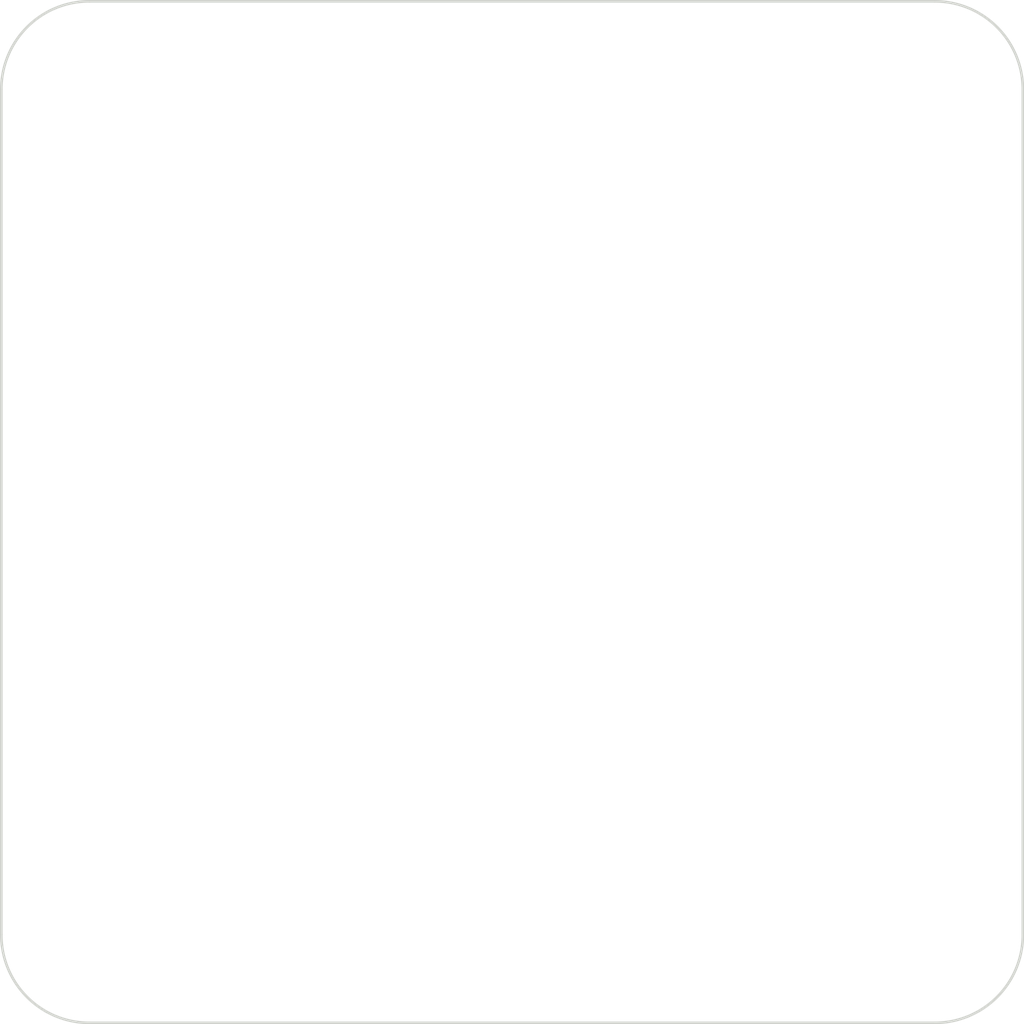
<source format=kicad_pcb>
(kicad_pcb (version 20171130) (host pcbnew 5.0.1-1.fc29)

  (general
    (thickness 1.6)
    (drawings 8)
    (tracks 0)
    (zones 0)
    (modules 5)
    (nets 1)
  )

  (page A4)
  (layers
    (0 F.Cu signal)
    (31 B.Cu signal)
    (32 B.Adhes user)
    (33 F.Adhes user)
    (34 B.Paste user)
    (35 F.Paste user)
    (36 B.SilkS user)
    (37 F.SilkS user)
    (38 B.Mask user)
    (39 F.Mask user)
    (40 Dwgs.User user)
    (41 Cmts.User user)
    (42 Eco1.User user)
    (43 Eco2.User user)
    (44 Edge.Cuts user)
    (45 Margin user)
    (46 B.CrtYd user)
    (47 F.CrtYd user)
    (48 B.Fab user)
    (49 F.Fab user)
  )

  (setup
    (last_trace_width 0.25)
    (trace_clearance 0.2)
    (zone_clearance 0.508)
    (zone_45_only no)
    (trace_min 0.2)
    (segment_width 0.2)
    (edge_width 0.15)
    (via_size 0.8)
    (via_drill 0.4)
    (via_min_size 0.4)
    (via_min_drill 0.3)
    (uvia_size 0.3)
    (uvia_drill 0.1)
    (uvias_allowed no)
    (uvia_min_size 0.2)
    (uvia_min_drill 0.1)
    (pcb_text_width 0.3)
    (pcb_text_size 1.5 1.5)
    (mod_edge_width 0.15)
    (mod_text_size 1 1)
    (mod_text_width 0.15)
    (pad_size 1.524 1.524)
    (pad_drill 0.762)
    (pad_to_mask_clearance 0.051)
    (solder_mask_min_width 0.25)
    (aux_axis_origin 0 0)
    (visible_elements FFFFFF7F)
    (pcbplotparams
      (layerselection 0x010fc_ffffffff)
      (usegerberextensions false)
      (usegerberattributes false)
      (usegerberadvancedattributes false)
      (creategerberjobfile false)
      (excludeedgelayer true)
      (linewidth 0.100000)
      (plotframeref false)
      (viasonmask false)
      (mode 1)
      (useauxorigin false)
      (hpglpennumber 1)
      (hpglpenspeed 20)
      (hpglpendiameter 15.000000)
      (psnegative false)
      (psa4output false)
      (plotreference true)
      (plotvalue true)
      (plotinvisibletext false)
      (padsonsilk false)
      (subtractmaskfromsilk false)
      (outputformat 1)
      (mirror false)
      (drillshape 1)
      (scaleselection 1)
      (outputdirectory ""))
  )

  (net 0 "")

  (net_class Default "This is the default net class."
    (clearance 0.2)
    (trace_width 0.25)
    (via_dia 0.8)
    (via_drill 0.4)
    (uvia_dia 0.3)
    (uvia_drill 0.1)
  )

  (module MountingHole:MountingHole_3.2mm_M3 locked (layer F.Cu) (tedit 5C0D1DC5) (tstamp 5C0D21EF)
    (at 146 96)
    (descr "Mounting Hole 3.2mm, no annular, M3")
    (tags "mounting hole 3.2mm no annular m3")
    (attr virtual)
    (fp_text reference REF** (at 0 -4.2) (layer F.SilkS) hide
      (effects (font (size 1 1) (thickness 0.15)))
    )
    (fp_text value MountingHole_3.2mm_M3 (at 0 4.2) (layer F.Fab) hide
      (effects (font (size 1 1) (thickness 0.15)))
    )
    (fp_text user %R (at 0.3 0) (layer F.Fab)
      (effects (font (size 1 1) (thickness 0.15)))
    )
    (fp_circle (center 0 0) (end 3.2 0) (layer Cmts.User) (width 0.15))
    (fp_circle (center 0 0) (end 3.45 0) (layer F.CrtYd) (width 0.05))
    (pad 1 np_thru_hole circle (at 0 0) (size 3.2 3.2) (drill 3.2) (layers *.Cu *.Mask))
  )

  (module MountingHole:MountingHole_3.2mm_M3 locked (layer F.Cu) (tedit 5C0D1DB6) (tstamp 5C0D2146)
    (at 122 120)
    (descr "Mounting Hole 3.2mm, no annular, M3")
    (tags "mounting hole 3.2mm no annular m3")
    (attr virtual)
    (fp_text reference REF** (at 0 -4.2) (layer F.SilkS) hide
      (effects (font (size 1 1) (thickness 0.15)))
    )
    (fp_text value MountingHole_3.2mm_M3 (at 0 4.2) (layer F.Fab) hide
      (effects (font (size 1 1) (thickness 0.15)))
    )
    (fp_circle (center 0 0) (end 3.45 0) (layer F.CrtYd) (width 0.05))
    (fp_circle (center 0 0) (end 3.2 0) (layer Cmts.User) (width 0.15))
    (fp_text user %R (at 0.3 0) (layer F.Fab)
      (effects (font (size 1 1) (thickness 0.15)))
    )
    (pad 1 np_thru_hole circle (at 0 0) (size 3.2 3.2) (drill 3.2) (layers *.Cu *.Mask))
  )

  (module MountingHole:MountingHole_3.2mm_M3 locked (layer F.Cu) (tedit 5C0D1DBD) (tstamp 5C0D2138)
    (at 170 120)
    (descr "Mounting Hole 3.2mm, no annular, M3")
    (tags "mounting hole 3.2mm no annular m3")
    (attr virtual)
    (fp_text reference REF** (at 0 -4.2) (layer F.SilkS) hide
      (effects (font (size 1 1) (thickness 0.15)))
    )
    (fp_text value MountingHole_3.2mm_M3 (at 0 4.2) (layer F.Fab) hide
      (effects (font (size 1 1) (thickness 0.15)))
    )
    (fp_text user %R (at 0.3 0) (layer F.Fab)
      (effects (font (size 1 1) (thickness 0.15)))
    )
    (fp_circle (center 0 0) (end 3.2 0) (layer Cmts.User) (width 0.15))
    (fp_circle (center 0 0) (end 3.45 0) (layer F.CrtYd) (width 0.05))
    (pad 1 np_thru_hole circle (at 0 0) (size 3.2 3.2) (drill 3.2) (layers *.Cu *.Mask))
  )

  (module MountingHole:MountingHole_3.2mm_M3 locked (layer F.Cu) (tedit 5C0D1DAD) (tstamp 5C0D2110)
    (at 122 72)
    (descr "Mounting Hole 3.2mm, no annular, M3")
    (tags "mounting hole 3.2mm no annular m3")
    (attr virtual)
    (fp_text reference REF** (at 0 -4.2) (layer F.SilkS) hide
      (effects (font (size 1 1) (thickness 0.15)))
    )
    (fp_text value MountingHole_3.2mm_M3 (at 0 4.2) (layer F.Fab) hide
      (effects (font (size 1 1) (thickness 0.15)))
    )
    (fp_circle (center 0 0) (end 3.45 0) (layer F.CrtYd) (width 0.05))
    (fp_circle (center 0 0) (end 3.2 0) (layer Cmts.User) (width 0.15))
    (fp_text user %R (at 0.3 0) (layer F.Fab)
      (effects (font (size 1 1) (thickness 0.15)))
    )
    (pad 1 np_thru_hole circle (at 0 0) (size 3.2 3.2) (drill 3.2) (layers *.Cu *.Mask))
  )

  (module MountingHole:MountingHole_3.2mm_M3 locked (layer F.Cu) (tedit 5C0D1DA2) (tstamp 5C0D211F)
    (at 170 72)
    (descr "Mounting Hole 3.2mm, no annular, M3")
    (tags "mounting hole 3.2mm no annular m3")
    (attr virtual)
    (fp_text reference REF** (at 0 -4.2) (layer F.SilkS) hide
      (effects (font (size 1 1) (thickness 0.15)))
    )
    (fp_text value MountingHole_3.2mm_M3 (at 0 4.2) (layer F.Fab) hide
      (effects (font (size 1 1) (thickness 0.15)))
    )
    (fp_circle (center 0 0) (end 3.45 0) (layer F.CrtYd) (width 0.05))
    (fp_circle (center 0 0) (end 3.2 0) (layer Cmts.User) (width 0.15))
    (fp_text user %R (at 0.3 0) (layer F.Fab)
      (effects (font (size 1 1) (thickness 0.15)))
    )
    (pad 1 np_thru_hole circle (at 0 0) (size 3.2 3.2) (drill 3.2) (layers *.Cu *.Mask))
  )

  (gr_arc (start 122 72) (end 122 67) (angle -90) (layer Edge.Cuts) (width 0.15))
  (gr_arc (start 122 120) (end 117 120) (angle -90) (layer Edge.Cuts) (width 0.15))
  (gr_arc (start 170 120) (end 170 125) (angle -90) (layer Edge.Cuts) (width 0.15))
  (gr_arc (start 170 72) (end 175 72) (angle -90) (layer Edge.Cuts) (width 0.15))
  (gr_line (start 117 120) (end 117 72) (layer Edge.Cuts) (width 0.15))
  (gr_line (start 170 125) (end 122 125) (layer Edge.Cuts) (width 0.15))
  (gr_line (start 175 72) (end 175 120) (layer Edge.Cuts) (width 0.15) (tstamp 5C0D2352))
  (gr_line (start 122 67) (end 170 67) (layer Edge.Cuts) (width 0.15))

)

</source>
